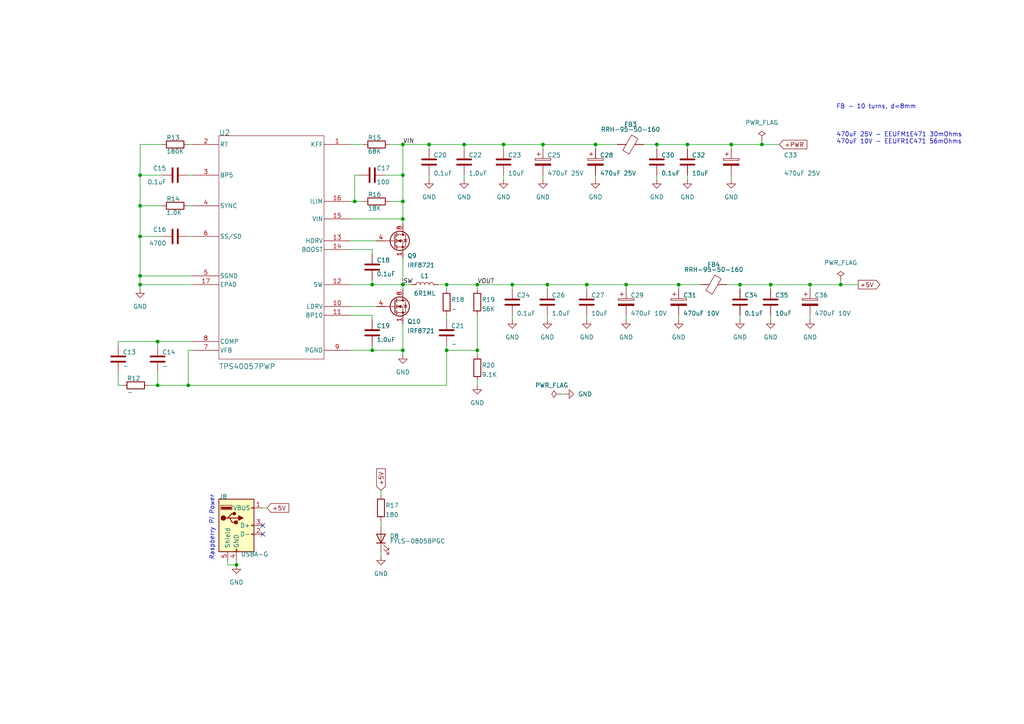
<source format=kicad_sch>
(kicad_sch (version 20211123) (generator eeschema)
  (paper "A4")
  (title_block (title "DC-DC Converter") (date "2024-09-15") (rev "A1") (company "EmDev"))
  (lib_symbols
    (symbol "Connector:USB_A" (pin_names (offset 1.016))
      (property "Reference" "J" (at -5.08 11.43 0))
      (property "Value" "USB_A" (at -5.08 8.89 0))
      (symbol "USB_A_0_1"
        (rectangle (start -5.08 -7.62) (end 5.08 7.62) (stroke (width 0.254)) (fill (type background)))
        (circle (center -3.81 2.159) (radius 0.635) (stroke (width 0.254)) (fill (type outline)))
        (rectangle (start -1.524 4.826) (end -4.318 5.334) (fill (type outline)))
        (rectangle (start -1.27 4.572) (end -4.572 5.842))
        (circle (center -0.635 3.429) (radius 0.381) (stroke (width 0.254)) (fill (type outline)))
        (rectangle (start -0.127 -7.62) (end 0.127 -6.858))
        (polyline (pts (xy -3.175 2.159) (xy -2.54 2.159) (xy -1.27 3.429) (xy -0.635 3.429)) (stroke (width 0.254)))
        (polyline (pts (xy -2.54 2.159) (xy -1.905 2.159) (xy -1.27 0.889) (xy 0 0.889)) (stroke (width 0.254)))
        (polyline (pts (xy 0.635 2.794) (xy 0.635 1.524) (xy 1.905 2.159) (xy 0.635 2.794)) (stroke (width 0.254)) (fill (type outline)))
        (rectangle (start 0.254 1.27) (end -0.508 0.508) (stroke (width 0.254)) (fill (type outline)))
        (rectangle (start 5.08 -2.667) (end 4.318 -2.413))
        (rectangle (start 5.08 -0.127) (end 4.318 0.127))
        (rectangle (start 5.08 4.953) (end 4.318 5.207))
      )
      (symbol "USB_A_1_1"
        (polyline (pts (xy -1.905 2.159) (xy 0.635 2.159)) (stroke (width 0.254)))
        (pin power_in line (at 7.62 5.08 180) (length 2.54) (name "VBUS") (number "1"))
        (pin bidirectional line (at 7.62 -2.54 180) (length 2.54) (name "D-") (number "2"))
        (pin bidirectional line (at 7.62 0 180) (length 2.54) (name "D+") (number "3"))
        (pin power_in line (at 0 -10.16 90) (length 2.54) (name "GND") (number "4"))
        (pin passive line (at -2.54 -10.16 90) (length 2.54) (name "Shield") (number "5"))
      )
    )
    (symbol "Device:C" (pin_numbers hide) (pin_names (offset 0.254))
      (property "Reference" "C" (at 0.635 2.54 0))
      (property "Value" "C" (at 0.635 -2.54 0))
      (symbol "C_0_1"
        (polyline (pts (xy -2.032 -0.762) (xy 2.032 -0.762)) (stroke (width 0.508)))
        (polyline (pts (xy -2.032 0.762) (xy 2.032 0.762)) (stroke (width 0.508)))
      )
      (symbol "C_1_1"
        (pin passive line (at 0 3.81 270) (length 2.794) (name "~") (number "1"))
        (pin passive line (at 0 -3.81 90) (length 2.794) (name "~") (number "2"))
      )
    )
    (symbol "Device:C_Polarized" (pin_numbers hide) (pin_names (offset 0.254))
      (property "Reference" "C" (at 0.635 2.54 0))
      (property "Value" "C_Polarized" (at 0.635 -2.54 0))
      (symbol "C_Polarized_0_1"
        (rectangle (start -2.286 0.508) (end 2.286 1.016))
        (polyline (pts (xy -1.778 2.286) (xy -0.762 2.286)))
        (polyline (pts (xy -1.27 2.794) (xy -1.27 1.778)))
        (rectangle (start 2.286 -0.508) (end -2.286 -1.016) (fill (type outline)))
      )
      (symbol "C_Polarized_1_1"
        (pin passive line (at 0 3.81 270) (length 2.794) (name "~") (number "1"))
        (pin passive line (at 0 -3.81 90) (length 2.794) (name "~") (number "2"))
      )
    )
    (symbol "Device:FerriteBead" (pin_numbers hide) (pin_names (offset 0))
      (property "Reference" "FB" (at -3.81 0.635 90))
      (property "Value" "FerriteBead" (at 3.81 0 90))
      (symbol "FerriteBead_0_1"
        (polyline (pts (xy 0 -1.27) (xy 0 -1.2192)))
        (polyline (pts (xy 0 1.27) (xy 0 1.2954)))
        (polyline (pts (xy -2.7686 0.4064) (xy -1.7018 2.2606) (xy 2.7686 -0.3048) (xy 1.6764 -2.159) (xy -2.7686 0.4064)))
      )
      (symbol "FerriteBead_1_1"
        (pin passive line (at 0 3.81 270) (length 2.54) (name "~") (number "1"))
        (pin passive line (at 0 -3.81 90) (length 2.54) (name "~") (number "2"))
      )
    )
    (symbol "Device:L" (pin_numbers hide) (pin_names (offset 1.016) hide)
      (property "Reference" "L" (at -1.27 0 90))
      (property "Value" "L" (at 1.905 0 90))
      (symbol "L_0_1"
        (arc (start 0 -2.54) (mid 0.635 -1.905) (end 0 -1.27))
        (arc (start 0 -1.27) (mid 0.635 -0.635) (end 0 0))
        (arc (start 0 0) (mid 0.635 0.635) (end 0 1.27))
        (arc (start 0 1.27) (mid 0.635 1.905) (end 0 2.54))
      )
      (symbol "L_1_1"
        (pin passive line (at 0 3.81 270) (length 1.27) (name "1") (number "1"))
        (pin passive line (at 0 -3.81 90) (length 1.27) (name "2") (number "2"))
      )
    )
    (symbol "Device:LED" (pin_numbers hide) (pin_names (offset 1.016) hide)
      (property "Reference" "D" (at 0 2.54 0))
      (property "Value" "LED" (at 0 -2.54 0))
      (symbol "LED_0_1"
        (polyline (pts (xy -1.27 -1.27) (xy -1.27 1.27)) (stroke (width 0.254)))
        (polyline (pts (xy -1.27 0) (xy 1.27 0)))
        (polyline (pts (xy 1.27 -1.27) (xy 1.27 1.27) (xy -1.27 0) (xy 1.27 -1.27)) (stroke (width 0.254)))
        (polyline (pts (xy -3.048 -0.762) (xy -4.572 -2.286) (xy -3.81 -2.286) (xy -4.572 -2.286) (xy -4.572 -1.524)))
        (polyline (pts (xy -1.778 -0.762) (xy -3.302 -2.286) (xy -2.54 -2.286) (xy -3.302 -2.286) (xy -3.302 -1.524)))
      )
      (symbol "LED_1_1"
        (pin passive line (at -3.81 0 0) (length 2.54) (name "K") (number "1"))
        (pin passive line (at 3.81 0 180) (length 2.54) (name "A") (number "2"))
      )
    )
    (symbol "Device:R" (pin_numbers hide) (pin_names (offset 0))
      (property "Reference" "R" (at 2.032 0 90))
      (property "Value" "R" (at 0 0 90))
      (symbol "R_0_1"
        (rectangle (start -1.016 -2.54) (end 1.016 2.54) (stroke (width 0.254)))
      )
      (symbol "R_1_1"
        (pin passive line (at 0 3.81 270) (length 1.27) (name "~") (number "1"))
        (pin passive line (at 0 -3.81 90) (length 1.27) (name "~") (number "2"))
      )
    )
    (symbol "TPS40057PWP:TPS40057PWP" (pin_names (offset 0.254))
      (property "Reference" "U" (at 0 2.54 0))
      (property "Value" "TPS40057PWP" (at 0 -62.23 0))
      (symbol "TPS40057PWP_0_1"
        (polyline (pts (xy 0 -62.23) (xy 30.48 -62.23)) (stroke (width 0.127)))
        (polyline (pts (xy 0 2.54) (xy 0 -62.23)) (stroke (width 0.127)))
        (polyline (pts (xy 30.48 -62.23) (xy 30.48 2.54)) (stroke (width 0.127)))
        (polyline (pts (xy 30.48 2.54) (xy 0 2.54)) (stroke (width 0.127)))
        (pin input line (at 38.1 0 180) (length 7.62) (name "KFF") (number "1"))
        (pin output line (at 38.1 -46.99 180) (length 7.62) (name "LDRV") (number "10"))
        (pin output line (at 38.1 -49.53 180) (length 7.62) (name "BP10") (number "11"))
        (pin input line (at 38.1 -40.64 180) (length 7.62) (name "SW") (number "12"))
        (pin output line (at 38.1 -27.94 180) (length 7.62) (name "HDRV") (number "13"))
        (pin output line (at 38.1 -30.48 180) (length 7.62) (name "BOOST") (number "14"))
        (pin input line (at 38.1 -21.59 180) (length 7.62) (name "VIN") (number "15"))
        (pin input line (at 38.1 -16.51 180) (length 7.62) (name "ILIM") (number "16"))
        (pin passive line (at -7.62 -40.64 0) (length 7.62) (name "EPAD") (number "17"))
        (pin input line (at -7.62 0 0) (length 7.62) (name "RT") (number "2"))
        (pin output line (at -7.62 -8.89 0) (length 7.62) (name "BP5") (number "3"))
        (pin input line (at -7.62 -17.78 0) (length 7.62) (name "SYNC") (number "4"))
        (pin power_in line (at -7.62 -38.1 0) (length 7.62) (name "SGND") (number "5"))
        (pin input line (at -7.62 -26.67 0) (length 7.62) (name "SS/SD") (number "6"))
        (pin input line (at -7.62 -59.69 0) (length 7.62) (name "VFB") (number "7"))
        (pin output line (at -7.62 -57.15 0) (length 7.62) (name "COMP") (number "8"))
        (pin power_in line (at 38.1 -59.69 180) (length 7.62) (name "PGND") (number "9"))
      )
    )
    (symbol "Transistor_FET:IRF8721PBF-1" (pin_names hide)
      (property "Reference" "Q" (at 5.08 2.54 0))
      (property "Value" "IRF8721PBF-1" (at 5.08 0 0))
      (symbol "IRF8721PBF-1_0_1"
        (polyline (pts (xy 0.254 0) (xy -2.54 0)))
        (polyline (pts (xy 0.254 1.905) (xy 0.254 -1.905)) (stroke (width 0.254)))
        (polyline (pts (xy 0.762 -1.27) (xy 0.762 -2.286)) (stroke (width 0.254)))
        (polyline (pts (xy 0.762 0.508) (xy 0.762 -0.508)) (stroke (width 0.254)))
        (polyline (pts (xy 0.762 2.286) (xy 0.762 1.27)) (stroke (width 0.254)))
        (polyline (pts (xy 2.54 2.54) (xy 2.54 1.778)))
        (polyline (pts (xy 2.54 -2.54) (xy 2.54 0) (xy 0.762 0)))
        (polyline (pts (xy 0.762 -1.778) (xy 3.302 -1.778) (xy 3.302 1.778) (xy 0.762 1.778)))
        (polyline (pts (xy 1.016 0) (xy 2.032 0.381) (xy 2.032 -0.381) (xy 1.016 0)) (fill (type outline)))
        (polyline (pts (xy 2.794 0.508) (xy 2.921 0.381) (xy 3.683 0.381) (xy 3.81 0.254)))
        (polyline (pts (xy 3.302 0.381) (xy 2.921 -0.254) (xy 3.683 -0.254) (xy 3.302 0.381)))
        (circle (center 1.651 0) (radius 2.794) (stroke (width 0.254)))
        (circle (center 2.54 -1.778) (radius 0.254) (fill (type outline)))
        (circle (center 2.54 1.778) (radius 0.254) (fill (type outline)))
      )
      (symbol "IRF8721PBF-1_1_1"
        (pin passive line (at 2.54 -5.08 90) (length 2.54) (name "S") (number "1"))
        (pin passive line (at 2.54 -5.08 90) (length 2.54) hide (name "S") (number "2"))
        (pin passive line (at 2.54 -5.08 90) (length 2.54) hide (name "S") (number "3"))
        (pin input line (at -5.08 0 0) (length 2.54) (name "G") (number "4"))
        (pin passive line (at 2.54 5.08 270) (length 2.54) hide (name "D") (number "5"))
        (pin passive line (at 2.54 5.08 270) (length 2.54) hide (name "D") (number "6"))
        (pin passive line (at 2.54 5.08 270) (length 2.54) hide (name "D") (number "7"))
        (pin passive line (at 2.54 5.08 270) (length 2.54) (name "D") (number "8"))
      )
    )
    (symbol "power:GND" (power) (pin_names (offset 0))
      (property "Value" "GND" (at 0 -3.81 0))
      (symbol "GND_0_1"
        (polyline (pts (xy 0 0) (xy 0 -1.27) (xy 1.27 -1.27) (xy 0 -2.54) (xy -1.27 -1.27) (xy 0 -1.27)))
      )
      (symbol "GND_1_1"
        (pin power_in line (at 0 0 270) (length 0) hide (name "GND") (number "1"))
      )
    )
    (symbol "power:PWR_FLAG" (power) (pin_numbers hide) (pin_names (offset 0) hide)
      (property "Value" "PWR_FLAG" (at 0 3.81 0))
      (symbol "PWR_FLAG_0_0"
        (pin power_out line (at 0 0 90) (length 0) (name "pwr") (number "1"))
      )
      (symbol "PWR_FLAG_0_1"
        (polyline (pts (xy 0 0) (xy 0 1.27) (xy -1.016 1.905) (xy 0 2.54) (xy 1.016 1.905) (xy 0 1.27)))
      )
    )
  )
  (junction (at 40.64 80.01))
  (junction (at 116.84 101.6))
  (junction (at 170.18 82.55))
  (junction (at 223.52 82.55))
  (junction (at 157.48 41.91))
  (junction (at 129.54 82.55))
  (junction (at 45.72 99.06))
  (junction (at 45.72 111.76))
  (junction (at 148.59 82.55))
  (junction (at 40.64 50.8))
  (junction (at 40.64 68.58))
  (junction (at 199.39 41.91))
  (junction (at 129.54 101.6))
  (junction (at 116.84 82.55))
  (junction (at 138.43 82.55))
  (junction (at 138.43 101.6))
  (junction (at 234.95 82.55))
  (junction (at 116.84 50.8))
  (junction (at 68.58 163.83))
  (junction (at 134.62 41.91))
  (junction (at 40.64 82.55))
  (junction (at 146.05 41.91))
  (junction (at 116.84 63.5))
  (junction (at 158.75 82.55))
  (junction (at 212.09 41.91))
  (junction (at 124.46 41.91))
  (junction (at 107.95 82.55))
  (junction (at 102.87 58.42))
  (junction (at 116.84 58.42))
  (junction (at 107.95 101.6))
  (junction (at 214.63 82.55))
  (junction (at 172.72 41.91))
  (junction (at 243.84 82.55))
  (junction (at 220.98 41.91))
  (junction (at 190.5 41.91))
  (junction (at 116.84 41.91))
  (junction (at 196.85 82.55))
  (junction (at 54.61 111.76))
  (junction (at 181.61 82.55))
  (junction (at 40.64 59.69))
  (no_connect (at 76.2 152.4))
  (no_connect (at 76.2 154.94))
  (wire (pts (xy 234.95 82.55) (xy 234.95 83.82)))
  (wire (pts (xy 110.49 151.13) (xy 110.49 152.4)))
  (wire (pts (xy 102.87 50.8) (xy 104.14 50.8)))
  (wire (pts (xy 107.95 100.33) (xy 107.95 101.6)))
  (wire (pts (xy 129.54 82.55) (xy 129.54 83.82)))
  (wire (pts (xy 40.64 41.91) (xy 46.99 41.91)))
  (wire (pts (xy 68.58 162.56) (xy 68.58 163.83)))
  (wire (pts (xy 172.72 43.18) (xy 172.72 41.91)))
  (wire (pts (xy 45.72 111.76) (xy 54.61 111.76)))
  (wire (pts (xy 43.18 111.76) (xy 45.72 111.76)))
  (wire (pts (xy 196.85 82.55) (xy 203.2 82.55)))
  (wire (pts (xy 186.69 41.91) (xy 190.5 41.91)))
  (wire (pts (xy 116.84 41.91) (xy 113.03 41.91)))
  (wire (pts (xy 196.85 83.82) (xy 196.85 82.55)))
  (wire (pts (xy 158.75 82.55) (xy 170.18 82.55)))
  (wire (pts (xy 220.98 41.91) (xy 226.06 41.91)))
  (wire (pts (xy 102.87 58.42) (xy 105.41 58.42)))
  (wire (pts (xy 129.54 101.6) (xy 138.43 101.6)))
  (wire (pts (xy 54.61 101.6) (xy 54.61 111.76)))
  (wire (pts (xy 181.61 82.55) (xy 196.85 82.55)))
  (wire (pts (xy 116.84 50.8) (xy 116.84 41.91)))
  (wire (pts (xy 138.43 101.6) (xy 138.43 102.87)))
  (wire (pts (xy 158.75 91.44) (xy 158.75 92.71)))
  (wire (pts (xy 210.82 82.55) (xy 214.63 82.55)))
  (wire (pts (xy 190.5 50.8) (xy 190.5 52.07)))
  (wire (pts (xy 101.6 41.91) (xy 105.41 41.91)))
  (wire (pts (xy 40.64 50.8) (xy 40.64 41.91)))
  (wire (pts (xy 157.48 41.91) (xy 157.48 43.18)))
  (wire (pts (xy 196.85 91.44) (xy 196.85 92.71)))
  (wire (pts (xy 76.2 147.32) (xy 77.47 147.32)))
  (wire (pts (xy 45.72 107.95) (xy 45.72 111.76)))
  (wire (pts (xy 172.72 50.8) (xy 172.72 52.07)))
  (wire (pts (xy 101.6 58.42) (xy 102.87 58.42)))
  (wire (pts (xy 107.95 72.39) (xy 107.95 73.66)))
  (wire (pts (xy 116.84 82.55) (xy 116.84 83.82)))
  (wire (pts (xy 146.05 41.91) (xy 146.05 43.18)))
  (wire (pts (xy 124.46 41.91) (xy 134.62 41.91)))
  (wire (pts (xy 146.05 50.8) (xy 146.05 52.07)))
  (wire (pts (xy 116.84 82.55) (xy 107.95 82.55)))
  (wire (pts (xy 54.61 111.76) (xy 129.54 111.76)))
  (wire (pts (xy 110.49 142.24) (xy 110.49 143.51)))
  (wire (pts (xy 234.95 91.44) (xy 234.95 92.71)))
  (wire (pts (xy 138.43 91.44) (xy 138.43 101.6)))
  (wire (pts (xy 214.63 82.55) (xy 214.63 83.82)))
  (wire (pts (xy 181.61 91.44) (xy 181.61 92.71)))
  (wire (pts (xy 148.59 82.55) (xy 158.75 82.55)))
  (wire (pts (xy 214.63 91.44) (xy 214.63 92.71)))
  (wire (pts (xy 129.54 82.55) (xy 138.43 82.55)))
  (wire (pts (xy 101.6 82.55) (xy 107.95 82.55)))
  (wire (pts (xy 190.5 41.91) (xy 199.39 41.91)))
  (wire (pts (xy 116.84 50.8) (xy 111.76 50.8)))
  (wire (pts (xy 40.64 59.69) (xy 40.64 50.8)))
  (wire (pts (xy 107.95 92.71) (xy 107.95 91.44)))
  (wire (pts (xy 102.87 50.8) (xy 102.87 58.42)))
  (wire (pts (xy 190.5 41.91) (xy 190.5 43.18)))
  (wire (pts (xy 181.61 82.55) (xy 181.61 83.82)))
  (wire (pts (xy 101.6 69.85) (xy 109.22 69.85)))
  (wire (pts (xy 223.52 82.55) (xy 223.52 83.82)))
  (wire (pts (xy 116.84 93.98) (xy 116.84 101.6)))
  (wire (pts (xy 129.54 111.76) (xy 129.54 101.6)))
  (wire (pts (xy 214.63 82.55) (xy 223.52 82.55)))
  (wire (pts (xy 110.49 160.02) (xy 110.49 161.29)))
  (wire (pts (xy 138.43 82.55) (xy 148.59 82.55)))
  (wire (pts (xy 45.72 100.33) (xy 45.72 99.06)))
  (wire (pts (xy 223.52 91.44) (xy 223.52 92.71)))
  (wire (pts (xy 170.18 82.55) (xy 181.61 82.55)))
  (wire (pts (xy 55.88 82.55) (xy 40.64 82.55)))
  (wire (pts (xy 116.84 63.5) (xy 116.84 64.77)))
  (wire (pts (xy 212.09 41.91) (xy 220.98 41.91)))
  (wire (pts (xy 40.64 68.58) (xy 46.99 68.58)))
  (wire (pts (xy 116.84 101.6) (xy 116.84 102.87)))
  (wire (pts (xy 54.61 59.69) (xy 55.88 59.69)))
  (wire (pts (xy 40.64 82.55) (xy 40.64 83.82)))
  (wire (pts (xy 146.05 41.91) (xy 157.48 41.91)))
  (wire (pts (xy 199.39 50.8) (xy 199.39 52.07)))
  (wire (pts (xy 127 82.55) (xy 129.54 82.55)))
  (wire (pts (xy 170.18 91.44) (xy 170.18 92.71)))
  (wire (pts (xy 116.84 58.42) (xy 116.84 50.8)))
  (wire (pts (xy 243.84 82.55) (xy 248.92 82.55)))
  (wire (pts (xy 34.29 99.06) (xy 34.29 100.33)))
  (wire (pts (xy 234.95 82.55) (xy 243.84 82.55)))
  (wire (pts (xy 101.6 91.44) (xy 107.95 91.44)))
  (wire (pts (xy 66.04 163.83) (xy 68.58 163.83)))
  (wire (pts (xy 138.43 82.55) (xy 138.43 83.82)))
  (wire (pts (xy 116.84 63.5) (xy 116.84 58.42)))
  (wire (pts (xy 119.38 82.55) (xy 116.84 82.55)))
  (wire (pts (xy 101.6 101.6) (xy 107.95 101.6)))
  (wire (pts (xy 129.54 91.44) (xy 129.54 92.71)))
  (wire (pts (xy 40.64 80.01) (xy 55.88 80.01)))
  (wire (pts (xy 157.48 50.8) (xy 157.48 52.07)))
  (wire (pts (xy 134.62 41.91) (xy 134.62 43.18)))
  (wire (pts (xy 158.75 82.55) (xy 158.75 83.82)))
  (wire (pts (xy 134.62 50.8) (xy 134.62 52.07)))
  (wire (pts (xy 40.64 59.69) (xy 46.99 59.69)))
  (wire (pts (xy 199.39 41.91) (xy 212.09 41.91)))
  (wire (pts (xy 220.98 40.64) (xy 220.98 41.91)))
  (wire (pts (xy 138.43 110.49) (xy 138.43 111.76)))
  (wire (pts (xy 45.72 99.06) (xy 34.29 99.06)))
  (wire (pts (xy 157.48 41.91) (xy 172.72 41.91)))
  (wire (pts (xy 54.61 50.8) (xy 55.88 50.8)))
  (wire (pts (xy 101.6 88.9) (xy 109.22 88.9)))
  (wire (pts (xy 35.56 111.76) (xy 34.29 111.76)))
  (wire (pts (xy 45.72 99.06) (xy 55.88 99.06)))
  (wire (pts (xy 223.52 82.55) (xy 234.95 82.55)))
  (wire (pts (xy 40.64 82.55) (xy 40.64 80.01)))
  (wire (pts (xy 55.88 101.6) (xy 54.61 101.6)))
  (wire (pts (xy 66.04 162.56) (xy 66.04 163.83)))
  (wire (pts (xy 116.84 74.93) (xy 116.84 82.55)))
  (wire (pts (xy 134.62 41.91) (xy 146.05 41.91)))
  (wire (pts (xy 116.84 41.91) (xy 124.46 41.91)))
  (wire (pts (xy 212.09 41.91) (xy 212.09 43.18)))
  (wire (pts (xy 40.64 68.58) (xy 40.64 59.69)))
  (wire (pts (xy 54.61 68.58) (xy 55.88 68.58)))
  (wire (pts (xy 129.54 100.33) (xy 129.54 101.6)))
  (wire (pts (xy 243.84 81.28) (xy 243.84 82.55)))
  (wire (pts (xy 40.64 50.8) (xy 46.99 50.8)))
  (wire (pts (xy 107.95 101.6) (xy 116.84 101.6)))
  (wire (pts (xy 124.46 50.8) (xy 124.46 52.07)))
  (wire (pts (xy 101.6 72.39) (xy 107.95 72.39)))
  (wire (pts (xy 107.95 81.28) (xy 107.95 82.55)))
  (wire (pts (xy 212.09 50.8) (xy 212.09 52.07)))
  (wire (pts (xy 113.03 58.42) (xy 116.84 58.42)))
  (wire (pts (xy 170.18 82.55) (xy 170.18 83.82)))
  (wire (pts (xy 199.39 41.91) (xy 199.39 43.18)))
  (wire (pts (xy 148.59 91.44) (xy 148.59 92.71)))
  (wire (pts (xy 40.64 80.01) (xy 40.64 68.58)))
  (wire (pts (xy 172.72 41.91) (xy 179.07 41.91)))
  (wire (pts (xy 148.59 82.55) (xy 148.59 83.82)))
  (wire (pts (xy 101.6 63.5) (xy 116.84 63.5)))
  (wire (pts (xy 162.56 114.3) (xy 163.83 114.3)))
  (wire (pts (xy 124.46 41.91) (xy 124.46 43.18)))
  (wire (pts (xy 54.61 41.91) (xy 55.88 41.91)))
  (wire (pts (xy 34.29 107.95) (xy 34.29 111.76)))
  (text "470uF 25V - EEUFM1E471 30mOhms\n470uF 10V - EEUFR1C471 56mOhms" (at 242.57 41.91 0) (effects (font (size 1.27 1.27)) (justify left bottom)))
  (text "FB - 10 turns, d=8mm" (at 242.57 31.75 0) (effects (font (size 1.27 1.27)) (justify left bottom)))
  (text "Raspberry Pi Power" (at 62.23 162.56 90) (effects (font (size 1.27 1.27) italic) (justify left bottom)))
  (label "VIN" (at 116.84 41.91 0) (effects (font italic)))
  (label "SW" (at 116.84 82.55 0) (effects (font italic)))
  (label "VOUT" (at 138.43 82.55 0) (effects (font italic)))
  (global_label "+PWR" (shape input) (at 226.06 41.91 0) (property "Intersheet References" "${INTERSHEET_REFS}" (effects hide)))
  (global_label "+5V" (shape input) (at 77.47 147.32 0) (property "Intersheet References" "${INTERSHEET_REFS}" (effects hide)))
  (global_label "+5V" (shape input) (at 110.49 142.24 90) (property "Intersheet References" "${INTERSHEET_REFS}" (effects hide)))
  (global_label "+5V" (shape output) (at 248.92 82.55 0) (property "Intersheet References" "${INTERSHEET_REFS}" (effects hide)))
  (symbol (lib_id "power:GND") (at 214.63 92.71 0) (unit 1)
    (property "Reference" "#PWR058" (effects hide))
    (property "Value" "GND" (at 214.63 97.79 0))
  )
  (symbol (lib_id "power:GND") (at 40.64 83.82 0) (unit 1)
    (property "Reference" "#PWR039" (effects hide))
    (property "Value" "GND" (at 40.64 88.9 0))
  )
  (symbol (lib_id "Device:C") (at 199.39 46.99 180) (unit 1)
    (property "Reference" "C32" (at 200.66 45.72 0) (effects (justify right top)))
    (property "Value" "10uF" (at 200.66 49.53 0) (effects (justify right bottom)))
    (property "Footprint" "Capacitor_SMD:C_0805_2012Metric_Pad1.18x1.45mm_HandSolder" (effects hide))
  )
  (symbol (lib_id "power:GND") (at 223.52 92.71 0) (unit 1)
    (property "Reference" "#PWR059" (effects hide))
    (property "Value" "GND" (at 223.52 97.79 0))
  )
  (symbol (lib_id "power:PWR_FLAG") (at 243.84 81.28 0) (unit 1)
    (property "Reference" "#FLG06" (effects hide))
    (property "Value" "PWR_FLAG" (at 243.84 76.2 0))
  )
  (symbol (lib_id "power:GND") (at 172.72 52.07 0) (unit 1)
    (property "Reference" "#PWR052" (effects hide))
    (property "Value" "GND" (at 172.72 57.15 0))
  )
  (symbol (lib_id "Device:C_Polarized") (at 181.61 87.63 0) (unit 1)
    (property "Reference" "C29" (at 182.88 86.36 0) (effects (justify left bottom)))
    (property "Value" "470uF 10V" (at 182.88 90.17 0) (effects (justify left top)))
    (property "Footprint" "Capacitor_THT:CP_Radial_D8.0mm_P3.50mm" (effects hide))
  )
  (symbol (lib_id "power:GND") (at 199.39 52.07 0) (unit 1)
    (property "Reference" "#PWR056" (effects hide))
    (property "Value" "GND" (at 199.39 57.15 0))
  )
  (symbol (lib_id "Device:L") (at 123.19 82.55 90) (unit 1)
    (property "Reference" "L1" (at 123.19 80.01 90))
    (property "Value" "6R1ML" (at 123.19 85.09 90))
    (property "Footprint" "rpi-extension:CDEP147" (effects hide))
  )
  (symbol (lib_id "Device:C") (at 45.72 104.14 180) (unit 1)
    (property "Reference" "C14" (at 46.99 102.87 0) (effects (justify right top)))
    (property "Value" "-" (at 46.99 105.41 0) (effects (justify right bottom)))
    (property "Footprint" "Capacitor_SMD:C_0805_2012Metric_Pad1.18x1.45mm_HandSolder" (effects hide))
  )
  (symbol (lib_id "Device:C_Polarized") (at 234.95 87.63 0) (unit 1)
    (property "Reference" "C36" (at 236.22 86.36 0) (effects (justify left bottom)))
    (property "Value" "470uF 10V" (at 236.22 90.17 0) (effects (justify left top)))
    (property "Footprint" "Capacitor_THT:CP_Radial_D8.0mm_P3.50mm" (effects hide))
  )
  (symbol (lib_id "Device:R") (at 109.22 41.91 90) (unit 1)
    (property "Reference" "R15" (at 106.68 40.64 90) (effects (justify right top)))
    (property "Value" "68K" (at 106.68 43.18 90) (effects (justify right bottom)))
    (property "Footprint" "Resistor_SMD:R_0805_2012Metric_Pad1.20x1.40mm_HandSolder" (effects hide))
  )
  (symbol (lib_id "power:GND") (at 190.5 52.07 0) (unit 1)
    (property "Reference" "#PWR054" (effects hide))
    (property "Value" "GND" (at 190.5 57.15 0))
  )
  (symbol (lib_id "Device:C") (at 34.29 104.14 180) (unit 1)
    (property "Reference" "C13" (at 35.56 102.87 0) (effects (justify right top)))
    (property "Value" "-" (at 35.56 105.41 0) (effects (justify right bottom)))
    (property "Footprint" "Capacitor_SMD:C_0805_2012Metric_Pad1.18x1.45mm_HandSolder" (effects hide))
  )
  (symbol (lib_id "power:GND") (at 170.18 92.71 0) (unit 1)
    (property "Reference" "#PWR051" (effects hide))
    (property "Value" "GND" (at 170.18 97.79 0))
  )
  (symbol (lib_id "Device:C") (at 170.18 87.63 180) (unit 1)
    (property "Reference" "C27" (at 171.45 86.36 0) (effects (justify right top)))
    (property "Value" "10uF" (at 171.45 90.17 0) (effects (justify right bottom)))
    (property "Footprint" "Capacitor_SMD:C_0805_2012Metric_Pad1.18x1.45mm_HandSolder" (effects hide))
  )
  (symbol (lib_id "power:GND") (at 124.46 52.07 0) (unit 1)
    (property "Reference" "#PWR043" (effects hide))
    (property "Value" "GND" (at 124.46 57.15 0))
  )
  (symbol (lib_id "power:GND") (at 212.09 52.07 0) (unit 1)
    (property "Reference" "#PWR057" (effects hide))
    (property "Value" "GND" (at 212.09 57.15 0))
  )
  (symbol (lib_id "Device:C") (at 134.62 46.99 180) (unit 1)
    (property "Reference" "C22" (at 135.89 45.72 0) (effects (justify right top)))
    (property "Value" "1.0uF" (at 135.89 49.53 0) (effects (justify right bottom)))
    (property "Footprint" "Capacitor_SMD:C_0805_2012Metric_Pad1.18x1.45mm_HandSolder" (effects hide))
  )
  (symbol (lib_id "Device:C") (at 223.52 87.63 180) (unit 1)
    (property "Reference" "C35" (at 224.79 86.36 0) (effects (justify right top)))
    (property "Value" "10uF" (at 224.79 90.17 0) (effects (justify right bottom)))
    (property "Footprint" "Capacitor_SMD:C_0805_2012Metric_Pad1.18x1.45mm_HandSolder" (effects hide))
  )
  (symbol (lib_id "Device:R") (at 50.8 59.69 90) (unit 1)
    (property "Reference" "R14" (at 48.26 58.42 90) (effects (justify right top)))
    (property "Value" "1.0K" (at 48.26 60.96 90) (effects (justify right bottom)))
    (property "Footprint" "Resistor_SMD:R_0805_2012Metric_Pad1.20x1.40mm_HandSolder" (effects hide))
  )
  (symbol (lib_id "Device:R") (at 109.22 58.42 90) (unit 1)
    (property "Reference" "R16" (at 106.68 57.15 90) (effects (justify right top)))
    (property "Value" "18K" (at 106.68 59.69 90) (effects (justify right bottom)))
    (property "Footprint" "Resistor_SMD:R_0805_2012Metric_Pad1.20x1.40mm_HandSolder" (effects hide))
  )
  (symbol (lib_id "Device:C") (at 214.63 87.63 180) (unit 1)
    (property "Reference" "C34" (at 215.9 86.36 0) (effects (justify right top)))
    (property "Value" "0.1uF" (at 215.9 90.17 0) (effects (justify right bottom)))
    (property "Footprint" "Capacitor_SMD:C_0805_2012Metric_Pad1.18x1.45mm_HandSolder" (effects hide))
  )
  (symbol (lib_id "Device:LED") (at 110.49 156.21 90) (unit 1)
    (property "Reference" "D8" (at 113.03 156.21 90) (effects (justify right top)))
    (property "Value" "FYLS-0805BPGC" (at 113.03 156.21 90) (effects (justify right bottom)))
    (property "Footprint" "LED_SMD:LED_0805_2012Metric_Pad1.15x1.40mm_HandSolder" (effects hide))
  )
  (symbol (lib_id "Device:FerriteBead") (at 207.01 82.55 90) (unit 1)
    (property "Reference" "FB4" (at 207.01 77.47 90) (effects (justify top)))
    (property "Value" "RRH-95-50-160" (at 207.01 77.47 90) (effects (justify bottom)))
    (property "Footprint" "Inductor_THT:L_Radial_D9.5mm_P5.00mm_Fastron_07HVP" (effects hide))
  )
  (symbol (lib_id "Device:C_Polarized") (at 212.09 46.99 0) (unit 1)
    (property "Reference" "C33" (at 227.33 45.72 0) (effects (justify left bottom)))
    (property "Value" "470uF 25V" (at 227.33 49.53 0) (effects (justify left top)))
    (property "Footprint" "Capacitor_THT:CP_Radial_D10.0mm_P5.00mm" (effects hide))
  )
  (symbol (lib_id "Device:C") (at 124.46 46.99 180) (unit 1)
    (property "Reference" "C20" (at 125.73 45.72 0) (effects (justify right top)))
    (property "Value" "0.1uF" (at 125.73 49.53 0) (effects (justify right bottom)))
    (property "Footprint" "Capacitor_SMD:C_0805_2012Metric_Pad1.18x1.45mm_HandSolder" (effects hide))
  )
  (symbol (lib_id "Device:C") (at 158.75 87.63 180) (unit 1)
    (property "Reference" "C26" (at 160.02 86.36 0) (effects (justify right top)))
    (property "Value" "1.0uF" (at 160.02 90.17 0) (effects (justify right bottom)))
    (property "Footprint" "Capacitor_SMD:C_0805_2012Metric_Pad1.18x1.45mm_HandSolder" (effects hide))
  )
  (symbol (lib_id "Device:C") (at 129.54 96.52 180) (unit 1)
    (property "Reference" "C21" (at 130.81 95.25 0) (effects (justify right top)))
    (property "Value" "-" (at 130.81 99.06 0) (effects (justify right bottom)))
    (property "Footprint" "Capacitor_SMD:C_0805_2012Metric_Pad1.18x1.45mm_HandSolder" (effects hide))
  )
  (symbol (lib_id "power:GND") (at 234.95 92.71 0) (unit 1)
    (property "Reference" "#PWR060" (effects hide))
    (property "Value" "GND" (at 234.95 97.79 0))
  )
  (symbol (lib_id "Device:R") (at 138.43 106.68 0) (unit 1)
    (property "Reference" "R20" (at 139.7 106.68 0) (effects (justify left bottom)))
    (property "Value" "9.1K" (at 139.7 107.95 0) (effects (justify left top)))
    (property "Footprint" "Resistor_SMD:R_0805_2012Metric_Pad1.20x1.40mm_HandSolder" (effects hide))
  )
  (symbol (lib_id "power:GND") (at 148.59 92.71 0) (unit 1)
    (property "Reference" "#PWR047" (effects hide))
    (property "Value" "GND" (at 148.59 97.79 0))
  )
  (symbol (lib_id "Device:C") (at 190.5 46.99 180) (unit 1)
    (property "Reference" "C30" (at 191.77 45.72 0) (effects (justify right top)))
    (property "Value" "0.1uF" (at 191.77 49.53 0) (effects (justify right bottom)))
    (property "Footprint" "Capacitor_SMD:C_0805_2012Metric_Pad1.18x1.45mm_HandSolder" (effects hide))
  )
  (symbol (lib_id "Connector:USB_A") (at 68.58 152.4 0) (unit 1)
    (property "Reference" "J8" (at 63.5 144.78 0) (effects (justify left bottom)))
    (property "Value" "USBA-G" (at 69.85 160.02 0) (effects (justify left top)))
    (property "Footprint" "Connector_USB:USB_A_Stewart_SS-52100-001_Horizontal" (effects hide))
    (property "Datasheet" " ~" (effects hide))
  )
  (symbol (lib_id "Transistor_FET:IRF8721PBF-1") (at 114.3 88.9 0) (unit 1)
    (property "Reference" "Q10" (at 118.11 93.98 0) (effects (justify left bottom)))
    (property "Value" "IRF8721" (at 118.11 95.25 0) (effects (justify left top)))
    (property "Footprint" "Package_SO:SOIC-8_3.9x4.9mm_P1.27mm" (effects hide))
    (property "Datasheet" "http://www.irf.com/product-info/datasheets/data/irf8721pbf-1.pdf" (effects hide))
  )
  (symbol (lib_id "power:GND") (at 68.58 163.83 0) (unit 1)
    (property "Reference" "#PWR040" (effects hide))
    (property "Value" "GND" (at 68.58 168.91 0))
  )
  (symbol (lib_id "power:GND") (at 158.75 92.71 0) (unit 1)
    (property "Reference" "#PWR049" (effects hide))
    (property "Value" "GND" (at 158.75 97.79 0))
  )
  (symbol (lib_id "power:PWR_FLAG") (at 162.56 114.3 90) (unit 1)
    (property "Reference" "#FLG04" (effects hide))
    (property "Value" "PWR_FLAG" (at 160.02 111.76 90))
  )
  (symbol (lib_id "Device:C") (at 50.8 50.8 90) (unit 1)
    (property "Reference" "C15" (at 48.26 49.53 90) (effects (justify left top)))
    (property "Value" "0.1uF" (at 48.26 52.07 90) (effects (justify left bottom)))
    (property "Footprint" "Capacitor_SMD:C_0805_2012Metric_Pad1.18x1.45mm_HandSolder" (effects hide))
  )
  (symbol (lib_id "Device:C_Polarized") (at 196.85 87.63 0) (unit 1)
    (property "Reference" "C31" (at 198.12 86.36 0) (effects (justify left bottom)))
    (property "Value" "470uF 10V" (at 198.12 90.17 0) (effects (justify left top)))
    (property "Footprint" "Capacitor_THT:CP_Radial_D8.0mm_P3.50mm" (effects hide))
  )
  (symbol (lib_id "power:GND") (at 134.62 52.07 0) (unit 1)
    (property "Reference" "#PWR044" (effects hide))
    (property "Value" "GND" (at 134.62 57.15 0))
  )
  (symbol (lib_id "power:GND") (at 138.43 111.76 0) (unit 1)
    (property "Reference" "#PWR045" (effects hide))
    (property "Value" "GND" (at 138.43 116.84 0))
  )
  (symbol (lib_id "Device:R") (at 138.43 87.63 0) (unit 1)
    (property "Reference" "R19" (at 139.7 87.63 0) (effects (justify left bottom)))
    (property "Value" "56K" (at 139.7 88.9 0) (effects (justify left top)))
    (property "Footprint" "Resistor_SMD:R_0805_2012Metric_Pad1.20x1.40mm_HandSolder" (effects hide))
  )
  (symbol (lib_id "power:GND") (at 157.48 52.07 0) (unit 1)
    (property "Reference" "#PWR048" (effects hide))
    (property "Value" "GND" (at 157.48 57.15 0))
  )
  (symbol (lib_id "Device:C") (at 50.8 68.58 90) (unit 1)
    (property "Reference" "C16" (at 48.26 67.31 90) (effects (justify left top)))
    (property "Value" "4700" (at 48.26 69.85 90) (effects (justify left bottom)))
    (property "Footprint" "Capacitor_SMD:C_0805_2012Metric_Pad1.18x1.45mm_HandSolder" (effects hide))
  )
  (symbol (lib_id "Device:C_Polarized") (at 172.72 46.99 0) (unit 1)
    (property "Reference" "C28" (at 173.99 45.72 0) (effects (justify left bottom)))
    (property "Value" "470uF 25V" (at 173.99 49.53 0) (effects (justify left top)))
    (property "Footprint" "Capacitor_THT:CP_Radial_D10.0mm_P5.00mm" (effects hide))
  )
  (symbol (lib_id "power:GND") (at 163.83 114.3 90) (unit 1)
    (property "Reference" "#PWR050" (effects hide))
    (property "Value" "GND" (at 167.64 114.2999 90) (effects (justify right)))
  )
  (symbol (lib_id "Device:C") (at 107.95 96.52 180) (unit 1)
    (property "Reference" "C19" (at 109.22 95.25 0) (effects (justify right top)))
    (property "Value" "1.0uF" (at 109.22 97.79 0) (effects (justify right bottom)))
    (property "Footprint" "Capacitor_SMD:C_0805_2012Metric_Pad1.18x1.45mm_HandSolder" (effects hide))
  )
  (symbol (lib_id "Device:R") (at 39.37 111.76 90) (unit 1)
    (property "Reference" "R12" (at 36.83 110.49 90) (effects (justify right top)))
    (property "Value" "-" (at 36.83 113.03 90) (effects (justify right bottom)))
    (property "Footprint" "Resistor_SMD:R_0805_2012Metric_Pad1.20x1.40mm_HandSolder" (effects hide))
  )
  (symbol (lib_id "Device:C") (at 146.05 46.99 180) (unit 1)
    (property "Reference" "C23" (at 147.32 45.72 0) (effects (justify right top)))
    (property "Value" "10uF" (at 147.32 49.53 0) (effects (justify right bottom)))
    (property "Footprint" "Capacitor_SMD:C_0805_2012Metric_Pad1.18x1.45mm_HandSolder" (effects hide))
  )
  (symbol (lib_id "power:GND") (at 196.85 92.71 0) (unit 1)
    (property "Reference" "#PWR055" (effects hide))
    (property "Value" "GND" (at 196.85 97.79 0))
  )
  (symbol (lib_id "TPS40057PWP:TPS40057PWP") (at 63.5 41.91 0) (unit 1)
    (property "Reference" "U2" (at 63.5 39.37 0) (effects (font (size 1.524 1.524)) (justify left bottom)))
    (property "Value" "TPS40057PWP" (at 63.5 105.41 0) (effects (font (size 1.524 1.524)) (justify left top)))
    (property "Footprint" "Package_SO:HTSSOP-16-1EP_4.4x5mm_P0.65mm_EP3.4x5mm_Mask2.46x2.31mm_ThermalVias" (effects hide))
  )
  (symbol (lib_id "power:PWR_FLAG") (at 220.98 40.64 0) (unit 1)
    (property "Reference" "#FLG05" (effects hide))
    (property "Value" "PWR_FLAG" (at 220.98 35.56 0))
  )
  (symbol (lib_id "Device:R") (at 129.54 87.63 0) (unit 1)
    (property "Reference" "R18" (at 130.81 87.63 0) (effects (justify left bottom)))
    (property "Value" "-" (at 130.81 88.9 0) (effects (justify left top)))
    (property "Footprint" "Resistor_SMD:R_0805_2012Metric_Pad1.20x1.40mm_HandSolder" (effects hide))
  )
  (symbol (lib_id "power:GND") (at 110.49 161.29 0) (unit 1)
    (property "Reference" "#PWR041" (effects hide))
    (property "Value" "GND" (at 110.49 166.37 0))
  )
  (symbol (lib_id "Transistor_FET:IRF8721PBF-1") (at 114.3 69.85 0) (unit 1)
    (property "Reference" "Q9" (at 118.11 74.93 0) (effects (justify left bottom)))
    (property "Value" "IRF8721" (at 118.11 76.2 0) (effects (justify left top)))
    (property "Footprint" "Package_SO:SOIC-8_3.9x4.9mm_P1.27mm" (effects hide))
    (property "Datasheet" "http://www.irf.com/product-info/datasheets/data/irf8721pbf-1.pdf" (effects hide))
  )
  (symbol (lib_id "Device:C") (at 107.95 77.47 180) (unit 1)
    (property "Reference" "C18" (at 109.22 76.2 0) (effects (justify right top)))
    (property "Value" "0.1uF" (at 109.22 78.74 0) (effects (justify right bottom)))
    (property "Footprint" "Capacitor_SMD:C_0805_2012Metric_Pad1.18x1.45mm_HandSolder" (effects hide))
  )
  (symbol (lib_id "Device:R") (at 50.8 41.91 90) (unit 1)
    (property "Reference" "R13" (at 48.26 40.64 90) (effects (justify right top)))
    (property "Value" "180K" (at 48.26 43.18 90) (effects (justify right bottom)))
    (property "Footprint" "Resistor_SMD:R_0805_2012Metric_Pad1.20x1.40mm_HandSolder" (effects hide))
  )
  (symbol (lib_id "Device:R") (at 110.49 147.32 0) (unit 1)
    (property "Reference" "R17" (at 111.76 147.32 0) (effects (justify left bottom)))
    (property "Value" "180" (at 111.76 148.59 0) (effects (justify left top)))
    (property "Footprint" "Resistor_SMD:R_0805_2012Metric_Pad1.20x1.40mm_HandSolder" (effects hide))
  )
  (symbol (lib_id "Device:FerriteBead") (at 182.88 41.91 90) (unit 1)
    (property "Reference" "FB3" (at 182.88 36.83 90) (effects (justify top)))
    (property "Value" "RRH-95-50-160" (at 182.88 36.83 90) (effects (justify bottom)))
    (property "Footprint" "Inductor_THT:L_Radial_D9.5mm_P5.00mm_Fastron_07HVP" (effects hide))
  )
  (symbol (lib_id "Device:C") (at 148.59 87.63 180) (unit 1)
    (property "Reference" "C24" (at 149.86 86.36 0) (effects (justify right top)))
    (property "Value" "0.1uF" (at 149.86 90.17 0) (effects (justify right bottom)))
    (property "Footprint" "Capacitor_SMD:C_0805_2012Metric_Pad1.18x1.45mm_HandSolder" (effects hide))
  )
  (symbol (lib_id "Device:C") (at 107.95 50.8 270) (unit 1)
    (property "Reference" "C17" (at 109.22 49.53 90) (effects (justify left bottom)))
    (property "Value" "100" (at 109.22 52.07 90) (effects (justify left top)))
    (property "Footprint" "Capacitor_SMD:C_0805_2012Metric_Pad1.18x1.45mm_HandSolder" (effects hide))
  )
  (symbol (lib_id "power:GND") (at 116.84 102.87 0) (unit 1)
    (property "Reference" "#PWR042" (effects hide))
    (property "Value" "GND" (at 116.84 107.95 0))
  )
  (symbol (lib_id "Device:C_Polarized") (at 157.48 46.99 0) (unit 1)
    (property "Reference" "C25" (at 158.75 45.72 0) (effects (justify left bottom)))
    (property "Value" "470uF 25V" (at 158.75 49.53 0) (effects (justify left top)))
    (property "Footprint" "Capacitor_THT:CP_Radial_D10.0mm_P5.00mm" (effects hide))
  )
  (symbol (lib_id "power:GND") (at 146.05 52.07 0) (unit 1)
    (property "Reference" "#PWR046" (effects hide))
    (property "Value" "GND" (at 146.05 57.15 0))
  )
  (symbol (lib_id "power:GND") (at 181.61 92.71 0) (unit 1)
    (property "Reference" "#PWR053" (effects hide))
    (property "Value" "GND" (at 181.61 97.79 0))
  )
)
</source>
